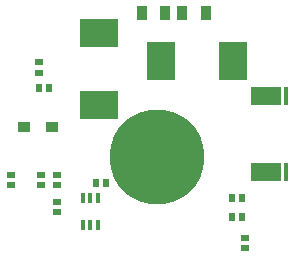
<source format=gbr>
G04 Layer_Color=128*
%FSLAX25Y25*%
%MOIN*%
%TF.FileFunction,Paste,Bot*%
%TF.Part,Single*%
G01*
G75*
%TA.AperFunction,SMDPad*%
%ADD12R,0.01575X0.03543*%
%TA.AperFunction,SMDPad*%
%ADD14R,0.02362X0.02559*%
%TA.AperFunction,SMDPad*%
%ADD17R,0.02559X0.02362*%
%TA.AperFunction,SMDPad*%
%ADD33R,0.03937X0.03268*%
%TA.AperFunction,SMDPad*%
%ADD60R,0.03543X0.04921*%
%TA.AperFunction,SMDPad*%
%ADD61R,0.09843X0.06496*%
%TA.AperFunction,SMDPad*%
%ADD62R,0.01575X0.06496*%
%TA.AperFunction,ConnectorPad*%
%ADD63C,0.31496*%
%TA.AperFunction,SMDPad*%
%ADD64R,0.12598X0.09252*%
%TA.AperFunction,SMDPad*%
%ADD65R,0.09252X0.12598*%
D12*
X367941Y300071D02*
D03*
X370500D02*
D03*
X373059D02*
D03*
Y308929D02*
D03*
X370500D02*
D03*
X367941D02*
D03*
D14*
X353327Y345500D02*
D03*
X356673D02*
D03*
X372327Y314000D02*
D03*
X375673D02*
D03*
X421138Y308992D02*
D03*
X417792D02*
D03*
X421173Y302500D02*
D03*
X417827D02*
D03*
D17*
X422073Y292227D02*
D03*
Y295573D02*
D03*
X344000Y316673D02*
D03*
Y313327D02*
D03*
X353500Y354173D02*
D03*
Y350827D02*
D03*
X359500Y316673D02*
D03*
Y313327D02*
D03*
X354000Y313327D02*
D03*
Y316673D02*
D03*
X359500Y307673D02*
D03*
Y304327D02*
D03*
D33*
X348340Y332500D02*
D03*
X357631D02*
D03*
D60*
X401063Y370500D02*
D03*
X408937D02*
D03*
X387563D02*
D03*
X395437D02*
D03*
D61*
X429106Y343000D02*
D03*
Y317800D02*
D03*
D62*
X435799Y343000D02*
D03*
Y317799D02*
D03*
D63*
X392579Y322721D02*
D03*
D64*
X373500Y364106D02*
D03*
Y339894D02*
D03*
D65*
X418106Y354500D02*
D03*
X393894D02*
D03*
%TF.MD5,D0C30956C09C7ECED706E5B675BF2DC9*%
M02*

</source>
